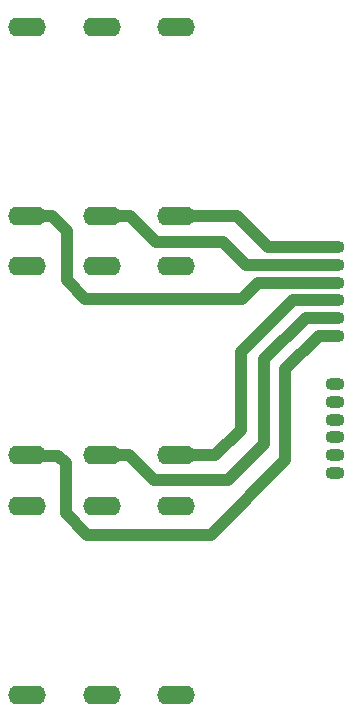
<source format=gbl>
G04*
G04 #@! TF.GenerationSoftware,Altium Limited,Altium Designer,21.8.1 (53)*
G04*
G04 Layer_Physical_Order=2*
G04 Layer_Color=16711680*
%FSLAX25Y25*%
%MOIN*%
G70*
G04*
G04 #@! TF.SameCoordinates,10585E3A-A503-4201-9872-C8A2A9F9218C*
G04*
G04*
G04 #@! TF.FilePolarity,Positive*
G04*
G01*
G75*
%ADD15C,0.03937*%
%ADD16O,0.12598X0.06299*%
%ADD17O,0.06299X0.04331*%
D15*
X398582Y348718D02*
X406278Y341022D01*
X367600Y357400D02*
X376282Y348718D01*
X398582D01*
X400358Y269258D02*
X412400Y281300D01*
X375574Y269258D02*
X400358D01*
X367333Y277500D02*
X375574Y269258D01*
X358200Y277500D02*
X367333D01*
X358197Y357400D02*
X367600D01*
X419400Y306200D02*
X430600Y317400D01*
X333397Y277500D02*
X333497Y277400D01*
X419400Y276000D02*
Y306200D01*
X346200Y258300D02*
X353400Y251100D01*
X430600Y317400D02*
X436000D01*
X346200Y258300D02*
Y274800D01*
X333497Y277400D02*
X343600D01*
X346200Y274800D01*
X353400Y251100D02*
X394500D01*
X419400Y276000D01*
X412400Y309500D02*
X426205Y323306D01*
X436000D01*
X412400Y281300D02*
Y309500D01*
X396100Y277500D02*
X404500Y285900D01*
Y311800D01*
X421911Y329211D02*
X436000D01*
X383003Y277500D02*
X396100D01*
X404500Y311800D02*
X421911Y329211D01*
X404900Y329700D02*
X410317Y335117D01*
X346500Y335900D02*
Y352400D01*
X352700Y329700D02*
X404900D01*
X346500Y335900D02*
X352700Y329700D01*
X333394Y357400D02*
X341500D01*
X346500Y352400D01*
X410317Y335117D02*
X436000D01*
X406278Y341022D02*
X436000D01*
X413772Y346927D02*
X436000D01*
X403300Y357400D02*
X413772Y346927D01*
X383000Y357400D02*
X403300D01*
D16*
X333394D02*
D03*
Y420392D02*
D03*
X358197Y357400D02*
D03*
X383000D02*
D03*
Y420392D02*
D03*
X358197D02*
D03*
X333397Y277500D02*
D03*
Y340492D02*
D03*
X358200Y277500D02*
D03*
X383003D02*
D03*
Y340492D02*
D03*
X358200D02*
D03*
X333394Y197508D02*
D03*
Y260500D02*
D03*
X358197Y197508D02*
D03*
X383000D02*
D03*
Y260500D02*
D03*
X358197D02*
D03*
D17*
X435900Y301200D02*
D03*
Y295294D02*
D03*
Y289389D02*
D03*
Y283484D02*
D03*
Y277578D02*
D03*
Y271673D02*
D03*
X436000Y346927D02*
D03*
Y341022D02*
D03*
Y335117D02*
D03*
Y329211D02*
D03*
Y323306D02*
D03*
Y317400D02*
D03*
M02*

</source>
